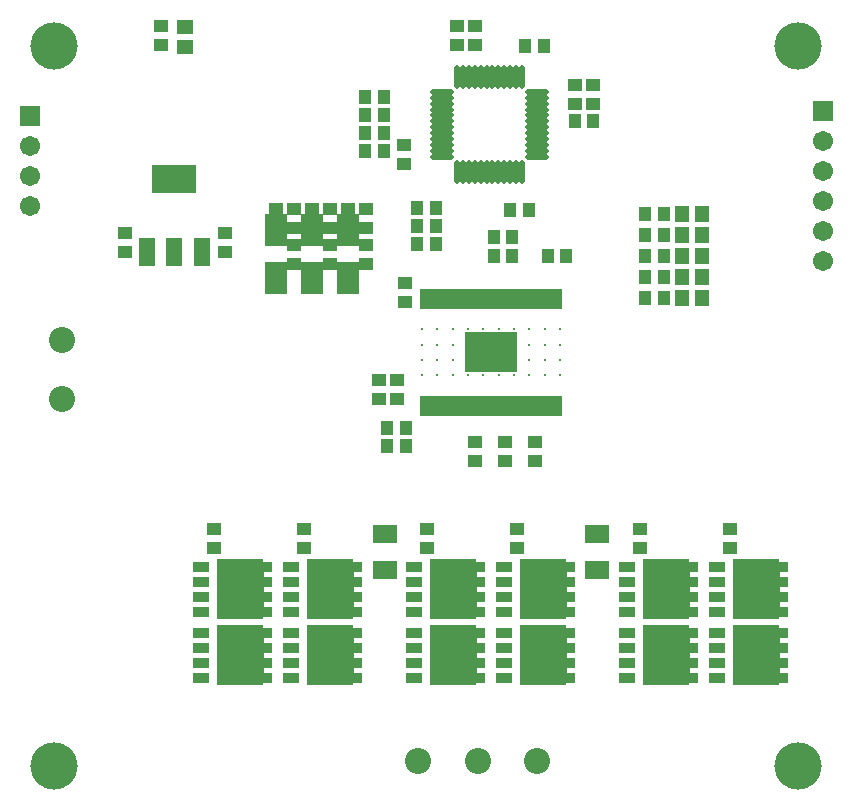
<source format=gts>
G04*
G04 #@! TF.GenerationSoftware,Altium Limited,Altium Designer,18.1.9 (240)*
G04*
G04 Layer_Color=8388736*
%FSLAX25Y25*%
%MOIN*%
G70*
G01*
G75*
%ADD30R,0.17402X0.13701*%
%ADD31R,0.15571X0.20079*%
%ADD32R,0.05524X0.05131*%
%ADD33R,0.04737X0.04343*%
%ADD34R,0.05524X0.09461*%
%ADD35R,0.14580X0.09461*%
%ADD36R,0.07493X0.10642*%
%ADD37R,0.01981X0.06902*%
%ADD38R,0.04343X0.04737*%
%ADD39R,0.08280X0.06115*%
%ADD40O,0.01981X0.07887*%
%ADD41O,0.07887X0.01981*%
%ADD42R,0.05800X0.03202*%
%ADD43R,0.15564X0.16194*%
%ADD44R,0.05131X0.05524*%
%ADD45C,0.15748*%
%ADD46C,0.08674*%
%ADD47R,0.06706X0.06706*%
%ADD48C,0.06706*%
%ADD49C,0.00787*%
D30*
X265750Y242250D02*
D03*
D31*
X212240Y163250D02*
D03*
X182240D02*
D03*
X253240Y163250D02*
D03*
X283240D02*
D03*
X324240Y163250D02*
D03*
X354240Y163250D02*
D03*
Y141250D02*
D03*
X324240Y141250D02*
D03*
X283240Y141250D02*
D03*
X253240Y141250D02*
D03*
X212240Y141250D02*
D03*
X182240D02*
D03*
D32*
X163583Y350787D02*
D03*
Y344094D02*
D03*
D33*
X155905Y350984D02*
D03*
Y344685D02*
D03*
X177165Y281890D02*
D03*
Y275590D02*
D03*
X143701D02*
D03*
Y281890D02*
D03*
X173250Y183400D02*
D03*
Y177100D02*
D03*
X203250Y183400D02*
D03*
Y177100D02*
D03*
X244250Y183400D02*
D03*
Y177100D02*
D03*
X274250Y183400D02*
D03*
Y177100D02*
D03*
X315250Y183400D02*
D03*
Y177100D02*
D03*
X345250Y183250D02*
D03*
Y176951D02*
D03*
X237000Y265400D02*
D03*
Y259100D02*
D03*
X228500Y226850D02*
D03*
Y233150D02*
D03*
X234250Y226850D02*
D03*
Y233150D02*
D03*
X218000Y290150D02*
D03*
Y283850D02*
D03*
X224000Y271850D02*
D03*
Y278150D02*
D03*
Y283850D02*
D03*
Y290150D02*
D03*
X212000Y271850D02*
D03*
Y278150D02*
D03*
Y283850D02*
D03*
Y290150D02*
D03*
X206000Y290150D02*
D03*
Y283850D02*
D03*
X200000Y283850D02*
D03*
Y290150D02*
D03*
Y271850D02*
D03*
Y278150D02*
D03*
X194000Y290150D02*
D03*
Y283850D02*
D03*
X299750Y325100D02*
D03*
Y331400D02*
D03*
X293750Y325100D02*
D03*
Y331400D02*
D03*
X236750Y311400D02*
D03*
Y305100D02*
D03*
X260250Y350900D02*
D03*
Y344600D02*
D03*
X254250Y350900D02*
D03*
Y344600D02*
D03*
X260250Y212400D02*
D03*
Y206100D02*
D03*
X270250Y212400D02*
D03*
Y206100D02*
D03*
X280250Y212400D02*
D03*
Y206100D02*
D03*
D34*
X169291Y275590D02*
D03*
X160236D02*
D03*
X151181D02*
D03*
D35*
X160236Y300000D02*
D03*
D36*
X218000Y267126D02*
D03*
Y282874D02*
D03*
X206000Y267126D02*
D03*
Y282874D02*
D03*
X194000Y267126D02*
D03*
Y282874D02*
D03*
D37*
X288388Y224435D02*
D03*
X286419D02*
D03*
X284451D02*
D03*
X282482D02*
D03*
X280514D02*
D03*
X278545D02*
D03*
X276577D02*
D03*
X274608D02*
D03*
X272640D02*
D03*
X270671D02*
D03*
X268703D02*
D03*
X266734D02*
D03*
X264766D02*
D03*
X262797D02*
D03*
X260829D02*
D03*
X258860D02*
D03*
X256892D02*
D03*
X254923D02*
D03*
X252955D02*
D03*
X250986D02*
D03*
X249018D02*
D03*
X247049D02*
D03*
X245081D02*
D03*
X243112D02*
D03*
Y260065D02*
D03*
X245081D02*
D03*
X247049D02*
D03*
X249018D02*
D03*
X250986D02*
D03*
X252955D02*
D03*
X254923D02*
D03*
X256892D02*
D03*
X258860D02*
D03*
X260829D02*
D03*
X262797D02*
D03*
X264766D02*
D03*
X266734D02*
D03*
X268703D02*
D03*
X270671D02*
D03*
X272640D02*
D03*
X274608D02*
D03*
X276577D02*
D03*
X278545D02*
D03*
X280514D02*
D03*
X282482D02*
D03*
X284451D02*
D03*
X286419D02*
D03*
X288388D02*
D03*
D38*
X272100Y289750D02*
D03*
X278400D02*
D03*
X293600Y319250D02*
D03*
X299900D02*
D03*
X241100Y290250D02*
D03*
X247400D02*
D03*
X247400Y284250D02*
D03*
X241100D02*
D03*
X230150Y327250D02*
D03*
X223850D02*
D03*
X230150Y309250D02*
D03*
X223850D02*
D03*
X230150Y321250D02*
D03*
X223850D02*
D03*
X230150Y315250D02*
D03*
X223850D02*
D03*
X237400Y217000D02*
D03*
X231100D02*
D03*
X283400Y344250D02*
D03*
X277100D02*
D03*
X266600Y280750D02*
D03*
X272900D02*
D03*
X241100Y278250D02*
D03*
X247400D02*
D03*
X266600Y274250D02*
D03*
X272900D02*
D03*
X237400Y211000D02*
D03*
X231100D02*
D03*
X323417Y267461D02*
D03*
X317118D02*
D03*
X323417Y260461D02*
D03*
X317118D02*
D03*
X323417Y288500D02*
D03*
X317118D02*
D03*
X323417Y281500D02*
D03*
X317118D02*
D03*
X323417Y274500D02*
D03*
X317118D02*
D03*
X284600Y274250D02*
D03*
X290900D02*
D03*
D39*
X230250Y181852D02*
D03*
Y169648D02*
D03*
X301000Y181852D02*
D03*
Y169648D02*
D03*
D40*
X276077Y334195D02*
D03*
X274108D02*
D03*
X272140D02*
D03*
X270171D02*
D03*
X268203D02*
D03*
X266234D02*
D03*
X264266D02*
D03*
X262297D02*
D03*
X260329D02*
D03*
X258360D02*
D03*
X256392D02*
D03*
X254423D02*
D03*
Y302305D02*
D03*
X256392D02*
D03*
X258360D02*
D03*
X260329D02*
D03*
X262297D02*
D03*
X264266D02*
D03*
X266234D02*
D03*
X268203D02*
D03*
X270171D02*
D03*
X272140D02*
D03*
X274108D02*
D03*
X276077D02*
D03*
D41*
X249305Y329077D02*
D03*
Y327108D02*
D03*
Y325140D02*
D03*
Y323171D02*
D03*
Y321203D02*
D03*
Y319234D02*
D03*
Y317266D02*
D03*
Y315297D02*
D03*
Y313329D02*
D03*
Y311360D02*
D03*
Y309392D02*
D03*
Y307423D02*
D03*
X281195D02*
D03*
Y309392D02*
D03*
Y311360D02*
D03*
Y313329D02*
D03*
Y315297D02*
D03*
Y317266D02*
D03*
Y319234D02*
D03*
Y321203D02*
D03*
Y323171D02*
D03*
Y325140D02*
D03*
Y327108D02*
D03*
Y329077D02*
D03*
D42*
X199140Y170750D02*
D03*
Y165750D02*
D03*
Y160750D02*
D03*
Y155750D02*
D03*
X220163D02*
D03*
Y160750D02*
D03*
Y165750D02*
D03*
Y170750D02*
D03*
X169140D02*
D03*
Y165750D02*
D03*
Y160750D02*
D03*
Y155750D02*
D03*
X190163D02*
D03*
Y160750D02*
D03*
Y165750D02*
D03*
Y170750D02*
D03*
X240140D02*
D03*
Y165750D02*
D03*
Y160750D02*
D03*
Y155750D02*
D03*
X261163D02*
D03*
Y160750D02*
D03*
Y165750D02*
D03*
Y170750D02*
D03*
X270140D02*
D03*
Y165750D02*
D03*
Y160750D02*
D03*
Y155750D02*
D03*
X291163D02*
D03*
Y160750D02*
D03*
Y165750D02*
D03*
Y170750D02*
D03*
X311140D02*
D03*
Y165750D02*
D03*
Y160750D02*
D03*
Y155750D02*
D03*
X332163D02*
D03*
Y160750D02*
D03*
Y165750D02*
D03*
Y170750D02*
D03*
X341140D02*
D03*
Y165750D02*
D03*
Y160750D02*
D03*
Y155750D02*
D03*
X362163D02*
D03*
Y160750D02*
D03*
Y165750D02*
D03*
Y170750D02*
D03*
X341140Y148750D02*
D03*
Y143750D02*
D03*
Y138750D02*
D03*
Y133750D02*
D03*
X362163D02*
D03*
Y138750D02*
D03*
Y143750D02*
D03*
Y148750D02*
D03*
X311140D02*
D03*
Y143750D02*
D03*
Y138750D02*
D03*
Y133750D02*
D03*
X332163D02*
D03*
Y138750D02*
D03*
Y143750D02*
D03*
Y148750D02*
D03*
X270140D02*
D03*
Y143750D02*
D03*
Y138750D02*
D03*
Y133750D02*
D03*
X291163D02*
D03*
Y138750D02*
D03*
Y143750D02*
D03*
Y148750D02*
D03*
X240140D02*
D03*
Y143750D02*
D03*
Y138750D02*
D03*
Y133750D02*
D03*
X261163D02*
D03*
Y138750D02*
D03*
Y143750D02*
D03*
Y148750D02*
D03*
X199140D02*
D03*
Y143750D02*
D03*
Y138750D02*
D03*
Y133750D02*
D03*
X220163D02*
D03*
Y138750D02*
D03*
Y143750D02*
D03*
Y148750D02*
D03*
X169140D02*
D03*
Y143750D02*
D03*
Y138750D02*
D03*
Y133750D02*
D03*
X190163D02*
D03*
Y138750D02*
D03*
Y143750D02*
D03*
Y148750D02*
D03*
D43*
X212250Y163250D02*
D03*
X182250D02*
D03*
X253250D02*
D03*
X283250D02*
D03*
X324250D02*
D03*
X354250D02*
D03*
Y141250D02*
D03*
X324250D02*
D03*
X283250D02*
D03*
X253250D02*
D03*
X212250D02*
D03*
X182250D02*
D03*
D44*
X335964Y274500D02*
D03*
X329271D02*
D03*
X335964Y281500D02*
D03*
X329271D02*
D03*
X335964Y288500D02*
D03*
X329271D02*
D03*
X335964Y260461D02*
D03*
X329271D02*
D03*
X335964Y267461D02*
D03*
X329271D02*
D03*
D45*
X120079Y104331D02*
D03*
Y344488D02*
D03*
X368110D02*
D03*
Y104331D02*
D03*
D46*
X280935Y106000D02*
D03*
X261250D02*
D03*
X241565D02*
D03*
X122835Y246457D02*
D03*
Y226772D02*
D03*
D47*
X112205Y320866D02*
D03*
X376378Y322835D02*
D03*
D48*
X112205Y310866D02*
D03*
Y300866D02*
D03*
Y290866D02*
D03*
X376378Y272835D02*
D03*
Y282835D02*
D03*
Y292835D02*
D03*
Y302835D02*
D03*
Y312835D02*
D03*
D49*
X242719Y234573D02*
D03*
Y239691D02*
D03*
Y244809D02*
D03*
Y249927D02*
D03*
X247837Y234573D02*
D03*
Y239691D02*
D03*
Y244809D02*
D03*
Y249927D02*
D03*
X252955Y234573D02*
D03*
Y239691D02*
D03*
Y244809D02*
D03*
Y249927D02*
D03*
X258073Y234573D02*
D03*
Y239691D02*
D03*
Y244809D02*
D03*
Y249927D02*
D03*
X263191Y234573D02*
D03*
Y239691D02*
D03*
Y244809D02*
D03*
Y249927D02*
D03*
X268309Y234573D02*
D03*
Y239691D02*
D03*
Y244809D02*
D03*
Y249927D02*
D03*
X288781Y234573D02*
D03*
Y239691D02*
D03*
Y244809D02*
D03*
Y249927D02*
D03*
X283663Y234573D02*
D03*
Y239691D02*
D03*
Y244809D02*
D03*
Y249927D02*
D03*
X273427Y234573D02*
D03*
Y239691D02*
D03*
Y244809D02*
D03*
Y249927D02*
D03*
X278545D02*
D03*
Y244809D02*
D03*
Y239691D02*
D03*
Y234573D02*
D03*
M02*

</source>
